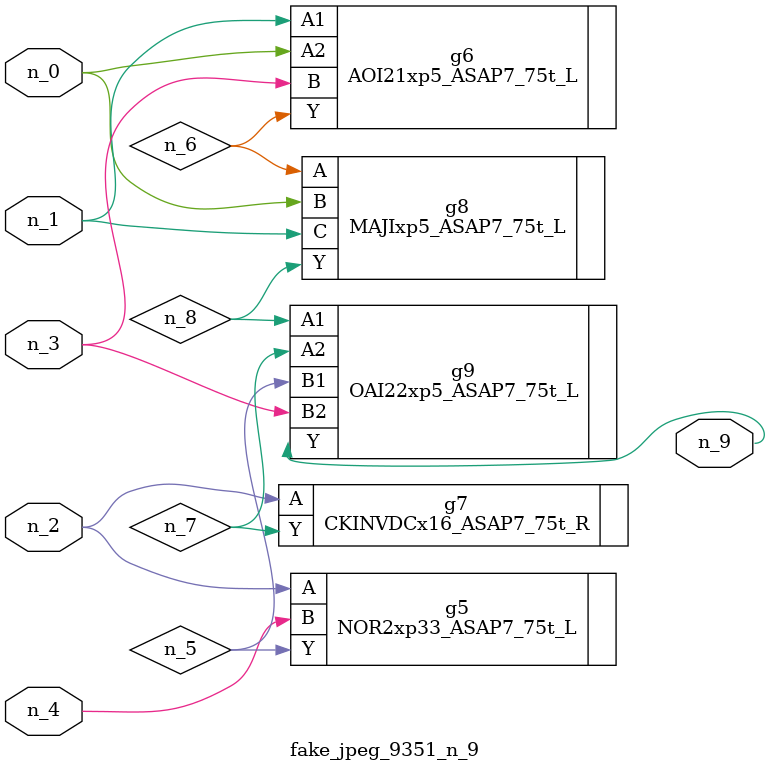
<source format=v>
module fake_jpeg_9351_n_9 (n_3, n_2, n_1, n_0, n_4, n_9);

input n_3;
input n_2;
input n_1;
input n_0;
input n_4;

output n_9;

wire n_8;
wire n_6;
wire n_5;
wire n_7;

NOR2xp33_ASAP7_75t_L g5 ( 
.A(n_2),
.B(n_4),
.Y(n_5)
);

AOI21xp5_ASAP7_75t_L g6 ( 
.A1(n_1),
.A2(n_0),
.B(n_3),
.Y(n_6)
);

CKINVDCx16_ASAP7_75t_R g7 ( 
.A(n_2),
.Y(n_7)
);

MAJIxp5_ASAP7_75t_L g8 ( 
.A(n_6),
.B(n_0),
.C(n_1),
.Y(n_8)
);

OAI22xp5_ASAP7_75t_L g9 ( 
.A1(n_8),
.A2(n_7),
.B1(n_5),
.B2(n_3),
.Y(n_9)
);


endmodule
</source>
